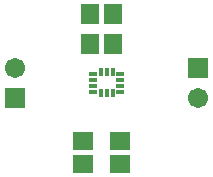
<source format=gbs>
G04 DipTrace 3.2.0.1*
G04 09342-01_gorabn6_0_10.gbs*
%MOIN*%
G04 #@! TF.FileFunction,Soldermask,Bot*
G04 #@! TF.Part,Single*
%ADD24R,0.017843X0.026701*%
%ADD26R,0.026701X0.017843*%
%ADD30R,0.067055X0.059181*%
%ADD32R,0.059181X0.067055*%
%ADD34C,0.067055*%
%ADD36R,0.067055X0.067055*%
%FSLAX26Y26*%
G04*
G70*
G90*
G75*
G01*
G04 BotMask*
%LPD*%
D36*
X490004Y740260D3*
D34*
Y840260D3*
D30*
X840850Y594000D3*
Y519197D3*
X715850Y594000D3*
Y519197D3*
D32*
X740850Y919000D3*
X815654D3*
X740850Y1019000D3*
X815654D3*
D26*
X840850Y819000D3*
Y799315D3*
Y779630D3*
Y759945D3*
X749354Y819000D3*
Y799315D3*
Y779630D3*
Y759945D3*
D24*
X775417Y826165D3*
X795102D3*
X814787D3*
X775417Y754354D3*
X795102D3*
X814787D3*
D36*
X1100201Y840260D3*
D34*
Y740260D3*
M02*

</source>
